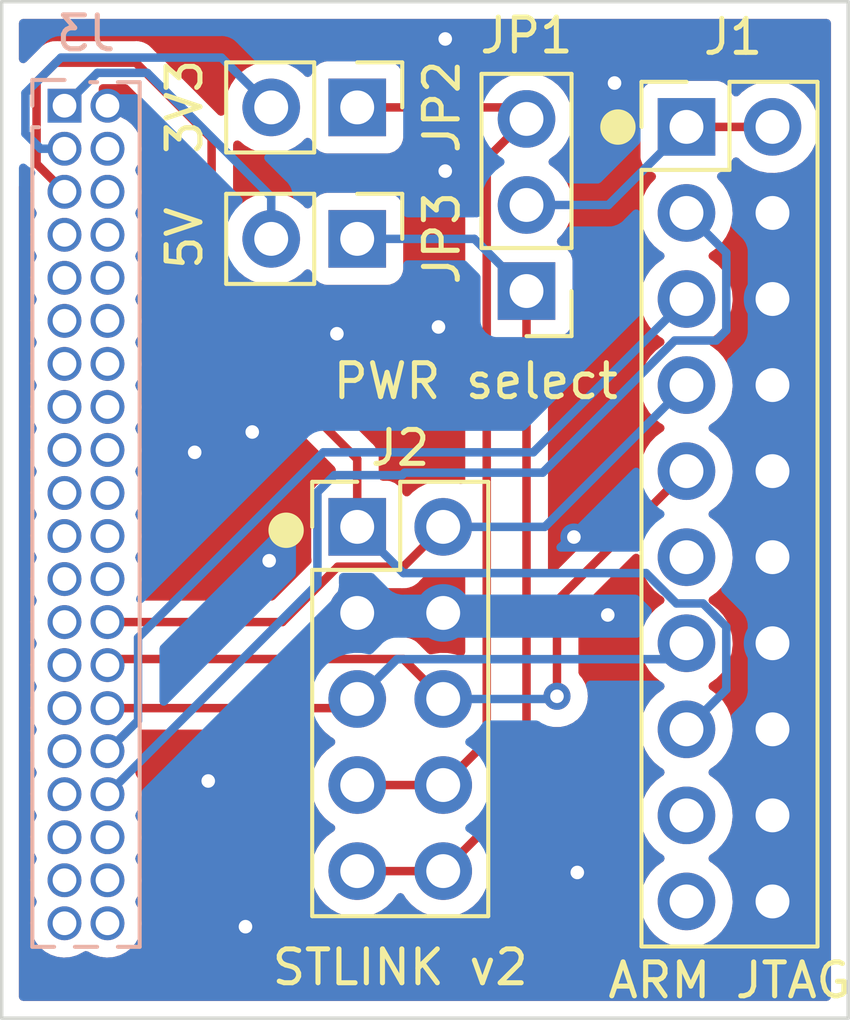
<source format=kicad_pcb>
(kicad_pcb (version 20211014) (generator pcbnew)
  (layers (0 "F.Cu" signal) (31 "B.Cu" signal) (34 "B.Paste" user) (35 "F.Paste" user) (36 "B.SilkS" user "B.Silkscreen") (37 "F.SilkS" user "F.Silkscreen") (38 "B.Mask" user) (39 "F.Mask" user) (44 "Edge.Cuts" user))
  (net 0 "")
  (net 1 "GND")
  (net 2 "/~{RST}")
  (net 3 "/JTMS-SWDIO")
  (net 4 "/JTCK-SWCLK")
  (net 5 "/JTDO-TRACESWO")
  (net 6 "/JTDI")
  (net 7 "/~{JTRST}")
  (net 8 "VCC")
  (net 9 "+3V3")
  (net 10 "+5V")
  (net 14 "Net-(J3-Pad1)")
  (net 15 "Net-(J3-Pad3)")
  (footprint "Connector_PinHeader_2.54mm:PinHeader_1x02_P2.54mm_Vertical" (layer "F.Cu") (at 150.5 73.12 -90)
    (fp_text reference "JP2" (at -0.02 -2.5 90) (layer "F.SilkS"))
    (fp_text value "3V3" (at -0.02 5.1 90) (layer "F.SilkS"))
    (fp_line (start -1.33 1.27) (end -1.33 3.87) (layer "F.SilkS") (width 0.12))
    (fp_line (start -1.33 0) (end -1.33 -1.33) (layer "F.SilkS") (width 0.12))
    (fp_line (start -1.33 1.27) (end 1.33 1.27) (layer "F.SilkS") (width 0.12))
    (fp_line (start -1.33 3.87) (end 1.33 3.87) (layer "F.SilkS") (width 0.12))
    (fp_line (start -1.33 -1.33) (end 0 -1.33) (layer "F.SilkS") (width 0.12))
    (fp_line (start 1.33 1.27) (end 1.33 3.87) (layer "F.SilkS") (width 0.12))
    (pad "1" thru_hole rect (at 0 0 270) (size 1.7 1.7) (drill 1) (layers *.Cu *.Mask) (net 9 "+3V3"))
    (pad "2" thru_hole oval (at 0 2.54 270) (size 1.7 1.7) (drill 1) (layers *.Cu *.Mask) (net 15 "Net-(J3-Pad3)"))
  )
  (footprint "Connector_PinHeader_2.54mm:PinHeader_1x02_P2.54mm_Vertical" (layer "F.Cu") (at 150.5 77 -90)
    (fp_text reference "JP3" (at -0.02 -2.5 90) (layer "F.SilkS"))
    (fp_text value "5V" (at -0.02 5.1 90) (layer "F.SilkS"))
    (fp_line (start -1.33 0) (end -1.33 -1.33) (layer "F.SilkS") (width 0.12))
    (fp_line (start -1.33 1.27) (end 1.33 1.27) (layer "F.SilkS") (width 0.12))
    (fp_line (start -1.33 1.27) (end -1.33 3.87) (layer "F.SilkS") (width 0.12))
    (fp_line (start -1.33 3.87) (end 1.33 3.87) (layer "F.SilkS") (width 0.12))
    (fp_line (start -1.33 -1.33) (end 0 -1.33) (layer "F.SilkS") (width 0.12))
    (fp_line (start 1.33 1.27) (end 1.33 3.87) (layer "F.SilkS") (width 0.12))
    (pad "1" thru_hole rect (at 0 0 270) (size 1.7 1.7) (drill 1) (layers *.Cu *.Mask) (net 10 "+5V"))
    (pad "2" thru_hole oval (at 0 2.54 270) (size 1.7 1.7) (drill 1) (layers *.Cu *.Mask) (net 14 "Net-(J3-Pad1)"))
  )
  (footprint "Connector_PinHeader_2.54mm:PinHeader_1x03_P2.54mm_Vertical" (layer "F.Cu") (at 155.5 78.54 180)
    (fp_text reference "JP1" (at 0 7.54) (layer "F.SilkS"))
    (fp_text value "PWR select" (at 1.5 -2.66) (layer "F.SilkS"))
    (fp_line (start -1.33 1.27) (end -1.33 6.41) (layer "F.SilkS") (width 0.12))
    (fp_line (start -1.33 1.27) (end 1.33 1.27) (layer "F.SilkS") (width 0.12))
    (fp_line (start -1.33 0) (end -1.33 -1.33) (layer "F.SilkS") (width 0.12))
    (fp_line (start -1.33 6.41) (end 1.33 6.41) (layer "F.SilkS") (width 0.12))
    (fp_line (start -1.33 -1.33) (end 0 -1.33) (layer "F.SilkS") (width 0.12))
    (fp_line (start 1.33 1.27) (end 1.33 6.41) (layer "F.SilkS") (width 0.12))
    (pad "1" thru_hole rect (at 0 0 180) (size 1.7 1.7) (drill 1) (layers *.Cu *.Mask) (net 10 "+5V"))
    (pad "2" thru_hole oval (at 0 2.54 180) (size 1.7 1.7) (drill 1) (layers *.Cu *.Mask) (net 8 "VCC"))
    (pad "3" thru_hole oval (at 0 5.08 180) (size 1.7 1.7) (drill 1) (layers *.Cu *.Mask) (net 9 "+3V3"))
  )
  (footprint "Connector_PinHeader_2.54mm:PinHeader_2x05_P2.54mm_Vertical" (layer "F.Cu") (at 150.5 85.5)
    (fp_text reference "J2" (at 1.27 -2.33) (layer "F.SilkS"))
    (fp_text value "STLINK v2" (at 1.27 13) (layer "F.SilkS"))
    (fp_line (start -1.33 0) (end -1.33 -1.33) (layer "F.SilkS") (width 0.12))
    (fp_line (start -1.33 1.27) (end 1.27 1.27) (layer "F.SilkS") (width 0.12))
    (fp_line (start 1.27 1.27) (end 1.27 -1.33) (layer "F.SilkS") (width 0.12))
    (fp_line (start 3.87 -1.33) (end 3.87 11.49) (layer "F.SilkS") (width 0.12))
    (fp_line (start -1.33 -1.33) (end 0 -1.33) (layer "F.SilkS") (width 0.12))
    (fp_line (start -1.33 1.27) (end -1.33 11.49) (layer "F.SilkS") (width 0.12))
    (fp_line (start 1.27 -1.33) (end 3.87 -1.33) (layer "F.SilkS") (width 0.12))
    (fp_line (start -1.33 11.49) (end 3.87 11.49) (layer "F.SilkS") (width 0.12))
    (pad "1" thru_hole rect (at 0 0) (size 1.7 1.7) (drill 1) (layers *.Cu *.Mask) (net 2 "/~{RST}"))
    (pad "2" thru_hole oval (at 2.54 0) (size 1.7 1.7) (drill 1) (layers *.Cu *.Mask) (net 3 "/JTMS-SWDIO"))
    (pad "3" thru_hole oval (at 0 2.54) (size 1.7 1.7) (drill 1) (layers *.Cu *.Mask) (net 1 "GND"))
    (pad "4" thru_hole oval (at 2.54 2.54) (size 1.7 1.7) (drill 1) (layers *.Cu *.Mask) (net 1 "GND"))
    (pad "5" thru_hole oval (at 0 5.08) (size 1.7 1.7) (drill 1) (layers *.Cu *.Mask) (net 5 "/JTDO-TRACESWO"))
    (pad "6" thru_hole oval (at 2.54 5.08) (size 1.7 1.7) (drill 1) (layers *.Cu *.Mask) (net 4 "/JTCK-SWCLK"))
    (pad "7" thru_hole oval (at 0 7.62) (size 1.7 1.7) (drill 1) (layers *.Cu *.Mask) (net 9 "+3V3"))
    (pad "8" thru_hole oval (at 2.54 7.62) (size 1.7 1.7) (drill 1) (layers *.Cu *.Mask) (net 9 "+3V3"))
    (pad "9" thru_hole oval (at 0 10.16) (size 1.7 1.7) (drill 1) (layers *.Cu *.Mask) (net 10 "+5V"))
    (pad "10" thru_hole oval (at 2.54 10.16) (size 1.7 1.7) (drill 1) (layers *.Cu *.Mask) (net 10 "+5V"))
  )
  (footprint "Connector_PinHeader_2.54mm:PinHeader_2x10_P2.54mm_Vertical" (layer "F.Cu") (at 160.225 73.695)
    (fp_text reference "J1" (at 1.375 -2.655) (layer "F.SilkS"))
    (fp_text value "ARM JTAG" (at 1.27 25.19) (layer "F.SilkS"))
    (fp_line (start -1.33 0) (end -1.33 -1.33) (layer "F.SilkS") (width 0.12))
    (fp_line (start -1.33 -1.33) (end 0 -1.33) (layer "F.SilkS") (width 0.12))
    (fp_line (start -1.33 24.19) (end 3.87 24.19) (layer "F.SilkS") (width 0.12))
    (fp_line (start 1.27 1.27) (end 1.27 -1.33) (layer "F.SilkS") (width 0.12))
    (fp_line (start 3.87 -1.33) (end 3.87 24.19) (layer "F.SilkS") (width 0.12))
    (fp_line (start 1.27 -1.33) (end 3.87 -1.33) (layer "F.SilkS") (width 0.12))
    (fp_line (start -1.33 1.27) (end -1.33 24.19) (layer "F.SilkS") (width 0.12))
    (fp_line (start -1.33 1.27) (end 1.27 1.27) (layer "F.SilkS") (width 0.12))
    (pad "1" thru_hole rect (at 0 0) (size 1.7 1.7) (drill 1) (layers *.Cu *.Mask) (net 8 "VCC"))
    (pad "2" thru_hole oval (at 2.54 0) (size 1.7 1.7) (drill 1) (layers *.Cu *.Mask) (net 8 "VCC"))
    (pad "3" thru_hole oval (at 0 2.54) (size 1.7 1.7) (drill 1) (layers *.Cu *.Mask) (net 7 "/~{JTRST}"))
    (pad "4" thru_hole oval (at 2.54 2.54) (size 1.7 1.7) (drill 1) (layers *.Cu *.Mask) (net 1 "GND"))
    (pad "5" thru_hole oval (at 0 5.08) (size 1.7 1.7) (drill 1) (layers *.Cu *.Mask) (net 6 "/JTDI"))
    (pad "6" thru_hole oval (at 2.54 5.08) (size 1.7 1.7) (drill 1) (layers *.Cu *.Mask) (net 1 "GND"))
    (pad "7" thru_hole oval (at 0 7.62) (size 1.7 1.7) (drill 1) (layers *.Cu *.Mask) (net 3 "/JTMS-SWDIO"))
    (pad "8" thru_hole oval (at 2.54 7.62) (size 1.7 1.7) (drill 1) (layers *.Cu *.Mask) (net 1 "GND"))
    (pad "9" thru_hole oval (at 0 10.16) (size 1.7 1.7) (drill 1) (layers *.Cu *.Mask) (net 4 "/JTCK-SWCLK"))
    (pad "10" thru_hole oval (at 2.54 10.16) (size 1.7 1.7) (drill 1) (layers *.Cu *.Mask) (net 1 "GND"))
    (pad "11" thru_hole oval (at 0 12.7) (size 1.7 1.7) (drill 1) (layers *.Cu *.Mask))
    (pad "12" thru_hole oval (at 2.54 12.7) (size 1.7 1.7) (drill 1) (layers *.Cu *.Mask) (net 1 "GND"))
    (pad "13" thru_hole oval (at 0 15.24) (size 1.7 1.7) (drill 1) (layers *.Cu *.Mask) (net 5 "/JTDO-TRACESWO"))
    (pad "14" thru_hole oval (at 2.54 15.24) (size 1.7 1.7) (drill 1) (layers *.Cu *.Mask) (net 1 "GND"))
    (pad "15" thru_hole oval (at 0 17.78) (size 1.7 1.7) (drill 1) (layers *.Cu *.Mask) (net 2 "/~{RST}"))
    (pad "16" thru_hole oval (at 2.54 17.78) (size 1.7 1.7) (drill 1) (layers *.Cu *.Mask) (net 1 "GND"))
    (pad "17" thru_hole oval (at 0 20.32) (size 1.7 1.7) (drill 1) (layers *.Cu *.Mask))
    (pad "18" thru_hole oval (at 2.54 20.32) (size 1.7 1.7) (drill 1) (layers *.Cu *.Mask) (net 1 "GND"))
    (pad "19" thru_hole oval (at 0 22.86) (size 1.7 1.7) (drill 1) (layers *.Cu *.Mask))
    (pad "20" thru_hole oval (at 2.54 22.86) (size 1.7 1.7) (drill 1) (layers *.Cu *.Mask) (net 1 "GND"))
  )
  (footprint "Connector_PinSocket_1.27mm:PinSocket_2x20_P1.27mm_Vertical" (layer "B.Cu") (at 141.855 73.07 180)
    (fp_text reference "J3" (at -0.635 2.135) (layer "B.SilkS") (effects (justify mirror)))
    (fp_text value "GPIO3")
    (fp_line (start -2.22 -24.825) (end -1.57753 -24.825) (layer "B.SilkS") (width 0.12))
    (fp_line (start -0.96247 0.695) (end -0.76 0.695) (layer "B.SilkS") (width 0.12))
    (fp_line (start 0.95 -0.635) (end 0.95 -24.825) (layer "B.SilkS") (width 0.12))
    (fp_line (start -2.22 0.695) (end -1.57753 0.695) (layer "B.SilkS") (width 0.12))
    (fp_line (start -0.96247 -24.825) (end -0.30753 -24.825) (layer "B.SilkS") (width 0.12))
    (fp_line (start 0 0.76) (end 0.95 0.76) (layer "B.SilkS") (width 0.12))
    (fp_line (start 0.76 -0.635) (end 0.95 -0.635) (layer "B.SilkS") (width 0.12))
    (fp_line (start 0.30753 -24.825) (end 0.95 -24.825) (layer "B.SilkS") (width 0.12))
    (fp_line (start 0.95 0.76) (end 0.95 0) (layer "B.SilkS") (width 0.12))
    (fp_line (start -2.22 0.695) (end -2.22 -24.825) (layer "B.SilkS") (width 0.12))
    (pad "1" thru_hole rect (at 0 0 180) (size 1 1) (drill 0.7) (layers *.Cu *.Mask) (net 14 "Net-(J3-Pad1)"))
    (pad "2" thru_hole oval (at -1.27 0 180) (size 1 1) (drill 0.7) (layers *.Cu *.Mask) (net 1 "GND"))
    (pad "3" thru_hole oval (at 0 -1.27 180) (size 1 1) (drill 0.7) (layers *.Cu *.Mask) (net 15 "Net-(J3-Pad3)"))
    (pad "4" thru_hole oval (at -1.27 -1.27 180) (size 1 1) (drill 0.7) (layers *.Cu *.Mask))
    (pad "5" thru_hole oval (at 0 -2.54 180) (size 1 1) (drill 0.7) (layers *.Cu *.Mask) (net 2 "/~{RST}"))
    (pad "6" thru_hole oval (at -1.27 -2.54 180) (size 1 1) (drill 0.7) (layers *.Cu *.Mask))
    (pad "7" thru_hole oval (at 0 -3.81 180) (size 1 1) (drill 0.7) (layers *.Cu *.Mask))
    (pad "8" thru_hole oval (at -1.27 -3.81 180) (size 1 1) (drill 0.7) (layers *.Cu *.Mask))
    (pad "9" thru_hole oval (at 0 -5.08 180) (size 1 1) (drill 0.7) (layers *.Cu *.Mask))
    (pad "10" thru_hole oval (at -1.27 -5.08 180) (size 1 1) (drill 0.7) (layers *.Cu *.Mask))
    (pad "11" thru_hole oval (at 0 -6.35 180) (size 1 1) (drill 0.7) (layers *.Cu *.Mask))
    (pad "12" thru_hole oval (at -1.27 -6.35 180) (size 1 1) (drill 0.7) (layers *.Cu *.Mask))
    (pad "13" thru_hole oval (at 0 -7.62 180) (size 1 1) (drill 0.7) (layers *.Cu *.Mask))
    (pad "14" thru_hole oval (at -1.27 -7.62 180) (size 1 1) (drill 0.7) (layers *.Cu *.Mask))
    (pad "15" thru_hole oval (at 0 -8.89 180) (size 1 1) (drill 0.7) (layers *.Cu *.Mask))
    (pad "16" thru_hole oval (at -1.27 -8.89 180) (size 1 1) (drill 0.7) (layers *.Cu *.Mask))
    (pad "17" thru_hole oval (at 0 -10.16 180) (size 1 1) (drill 0.7) (layers *.Cu *.Mask))
    (pad "18" thru_hole oval (at -1.27 -10.16 180) (size 1 1) (drill 0.7) (layers *.Cu *.Mask))
    (pad "19" thru_hole oval (at 0 -11.43 180) (size 1 1) (drill 0.7) (layers *.Cu *.Mask))
    (pad "20" thru_hole oval (at -1.27 -11.43 180) (size 1 1) (drill 0.7) (layers *.Cu *.Mask))
    (pad "21" thru_hole oval (at 0 -12.7 180) (size 1 1) (drill 0.7) (layers *.Cu *.Mask))
    (pad "22" thru_hole oval (at -1.27 -12.7 180) (size 1 1) (drill 0.7) (layers *.Cu *.Mask))
    (pad "23" thru_hole oval (at 0 -13.97 180) (size 1 1) (drill 0.7) (layers *.Cu *.Mask))
    (pad "24" thru_hole oval (at -1.27 -13.97 180) (size 1 1) (drill 0.7) (layers *.Cu *.Mask))
    (pad "25" thru_hole oval (at 0 -15.24 180) (size 1 1) (drill 0.7) (layers *.Cu *.Mask))
    (pad "26" thru_hole oval (at -1.27 -15.24 180) (size 1 1) (drill 0.7) (layers *.Cu *.Mask) (net 3 "/JTMS-SWDIO"))
    (pad "27" thru_hole oval (at 0 -16.51 180) (size 1 1) (drill 0.7) (layers *.Cu *.Mask))
    (pad "28" thru_hole oval (at -1.27 -16.51 180) (size 1 1) (drill 0.7) (layers *.Cu *.Mask) (net 4 "/JTCK-SWCLK"))
    (pad "29" thru_hole oval (at 0 -17.78 180) (size 1 1) (drill 0.7) (layers *.Cu *.Mask))
    (pad "30" thru_hole oval (at -1.27 -17.78 180) (size 1 1) (drill 0.7) (layers *.Cu *.Mask) (net 5 "/JTDO-TRACESWO"))
    (pad "31" thru_hole oval (at 0 -19.05 180) (size 1 1) (drill 0.7) (layers *.Cu *.Mask))
    (pad "32" thru_hole oval (at -1.27 -19.05 180) (size 1 1) (drill 0.7) (layers *.Cu *.Mask) (net 6 "/JTDI"))
    (pad "33" thru_hole oval (at 0 -20.32 180) (size 1 1) (drill 0.7) (layers *.Cu *.Mask))
    (pad "34" thru_hole oval (at -1.27 -20.32 180) (size 1 1) (drill 0.7) (layers *.Cu *.Mask) (net 7 "/~{JTRST}"))
    (pad "35" thru_hole oval (at 0 -21.59 180) (size 1 1) (drill 0.7) (layers *.Cu *.Mask))
    (pad "36" thru_hole oval (at -1.27 -21.59 180) (size 1 1) (drill 0.7) (layers *.Cu *.Mask))
    (pad "37" thru_hole oval (at 0 -22.86 180) (size 1 1) (drill 0.7) (layers *.Cu *.Mask))
    (pad "38" thru_hole oval (at -1.27 -22.86 180) (size 1 1) (drill 0.7) (layers *.Cu *.Mask))
    (pad "39" thru_hole oval (at 0 -24.13 180) (size 1 1) (drill 0.7) (layers *.Cu *.Mask))
    (pad "40" thru_hole oval (at -1.27 -24.13 180) (size 1 1) (drill 0.7) (layers *.Cu *.Mask))
  )
  (gr_circle (center 158.2 73.7) (end 158.647214 73.7) (layer "F.SilkS") (width 0.15) (fill solid))
  (gr_circle (center 148.4 85.6) (end 148.847214 85.6) (layer "F.SilkS") (width 0.15) (fill solid))
  (gr_line (start 165 70) (end 165 100) (layer "Edge.Cuts") (width 0.1))
  (gr_line (start 140 100) (end 140 70) (layer "Edge.Cuts") (width 0.1))
  (gr_line (start 165 100) (end 140 100) (layer "Edge.Cuts") (width 0.1))
  (gr_line (start 140 70) (end 165 70) (layer "Edge.Cuts") (width 0.1))
  (via (at 147.9 86.5) (size 0.8) (drill 0.4) (layers "F.Cu" "B.Cu") (net 1))
  (via (at 147.2 97.3) (size 0.8) (drill 0.4) (layers "F.Cu" "B.Cu") (net 1))
  (via (at 157.9 88.1) (size 0.8) (drill 0.4) (layers "F.Cu" "B.Cu") (net 1))
  (via (at 157 95.7) (size 0.8) (drill 0.4) (layers "F.Cu" "B.Cu") (net 1))
  (via (at 153.1 71.1) (size 0.8) (drill 0.4) (layers "F.Cu" "B.Cu") (net 1))
  (via (at 146.1 93) (size 0.8) (drill 0.4) (layers "F.Cu" "B.Cu") (net 1))
  (via (at 158.1 72.4) (size 0.8) (drill 0.4) (layers "F.Cu" "B.Cu") (net 1))
  (via (at 147.4 82.7) (size 0.8) (drill 0.4) (layers "F.Cu" "B.Cu") (net 1))
  (via (at 156.9 85.8) (size 0.8) (drill 0.4) (layers "F.Cu" "B.Cu") (net 1))
  (via (at 152.9 79.6) (size 0.8) (drill 0.4) (layers "F.Cu" "B.Cu") (net 1))
  (via (at 153.1 75) (size 0.8) (drill 0.4) (layers "F.Cu" "B.Cu") (net 1))
  (via (at 145.7 83.3) (size 0.8) (drill 0.4) (layers "F.Cu" "B.Cu") (net 1))
  (via (at 149.9 79.8) (size 0.8) (drill 0.4) (layers "F.Cu" "B.Cu") (net 1))
  (segment (start 146.2 79.2) (end 150.5 83.5) (width 0.25) (layer "F.Cu") (net 2))
  (segment (start 146.2 74.03782) (end 146.2 79.2) (width 0.25) (layer "F.Cu") (net 2))
  (segment (start 141.03 72.37) (end 141.6 71.8) (width 0.25) (layer "F.Cu") (net 2))
  (segment (start 143.96218 71.8) (end 146.2 74.03782) (width 0.25) (layer "F.Cu") (net 2))
  (segment (start 150.5 83.5) (end 150.5 85.5) (width 0.25) (layer "F.Cu") (net 2))
  (segment (start 141.855 75.61) (end 141.03 74.785) (width 0.25) (layer "F.Cu") (net 2))
  (segment (start 141.03 74.785) (end 141.03 72.37) (width 0.25) (layer "F.Cu") (net 2))
  (segment (start 141.6 71.8) (end 143.96218 71.8) (width 0.25) (layer "F.Cu") (net 2))
  (segment (start 159.033299 86.865) (end 159.928299 87.76) (width 0.25) (layer "B.Cu") (net 2))
  (segment (start 150.5 85.5) (end 151.865 86.865) (width 0.25) (layer "B.Cu") (net 2))
  (segment (start 161.4 88.448299) (end 161.4 90.3) (width 0.25) (layer "B.Cu") (net 2))
  (segment (start 151.865 86.865) (end 159.033299 86.865) (width 0.25) (layer "B.Cu") (net 2))
  (segment (start 159.928299 87.76) (end 160.711701 87.76) (width 0.25) (layer "B.Cu") (net 2))
  (segment (start 161.4 90.3) (end 160.225 91.475) (width 0.25) (layer "B.Cu") (net 2))
  (segment (start 160.711701 87.76) (end 161.4 88.448299) (width 0.25) (layer "B.Cu") (net 2))
  (segment (start 143.125 88.31) (end 148.29 88.31) (width 0.25) (layer "F.Cu") (net 3))
  (segment (start 148.29 88.31) (end 149.925 86.675) (width 0.25) (layer "F.Cu") (net 3))
  (segment (start 149.925 86.675) (end 151.865 86.675) (width 0.25) (layer "F.Cu") (net 3))
  (segment (start 151.865 86.675) (end 153.04 85.5) (width 0.25) (layer "F.Cu") (net 3))
  (segment (start 153.04 85.5) (end 156.04 85.5) (width 0.25) (layer "B.Cu") (net 3))
  (segment (start 156.04 85.5) (end 160.225 81.315) (width 0.25) (layer "B.Cu") (net 3))
  (segment (start 143.305 89.4) (end 151.86 89.4) (width 0.25) (layer "F.Cu") (net 4))
  (segment (start 151.86 89.4) (end 153.04 90.58) (width 0.25) (layer "F.Cu") (net 4))
  (segment (start 160.225 83.855) (end 156.4 87.68) (width 0.25) (layer "F.Cu") (net 4))
  (segment (start 156.4 87.68) (end 156.4 90.5) (width 0.25) (layer "F.Cu") (net 4))
  (via (at 156.4 90.5) (size 0.8) (drill 0.4) (layers "F.Cu" "B.Cu") (net 4))
  (segment (start 153.04 90.58) (end 156.32 90.58) (width 0.25) (layer "B.Cu") (net 4))
  (segment (start 156.32 90.58) (end 156.4 90.5) (width 0.25) (layer "B.Cu") (net 4))
  (segment (start 143.125 90.85) (end 150.23 90.85) (width 0.25) (layer "F.Cu") (net 5))
  (segment (start 150.5 90.58) (end 151.675 89.405) (width 0.25) (layer "B.Cu") (net 5))
  (segment (start 151.675 89.405) (end 159.755 89.405) (width 0.25) (layer "B.Cu") (net 5))
  (segment (start 155.7 83.3) (end 160.225 78.775) (width 0.25) (layer "B.Cu") (net 6))
  (segment (start 144.02609 91.21891) (end 144.02609 88.77391) (width 0.25) (layer "B.Cu") (net 6))
  (segment (start 143.125 92.12) (end 144.02609 91.21891) (width 0.25) (layer "B.Cu") (net 6))
  (segment (start 144.02609 88.77391) (end 149.5 83.3) (width 0.25) (layer "B.Cu") (net 6))
  (segment (start 149.5 83.3) (end 155.7 83.3) (width 0.25) (layer "B.Cu") (net 6))
  (segment (start 149.325 84.475) (end 149.325 87.19) (width 0.25) (layer "B.Cu") (net 7))
  (segment (start 155.978299 83.9) (end 151.9 83.9) (width 0.25) (layer "B.Cu") (net 7))
  (segment (start 149.826442 83.973558) (end 149.325 84.475) (width 0.25) (layer "B.Cu") (net 7))
  (segment (start 151.9 83.9) (end 151.826442 83.973558) (width 0.25) (layer "B.Cu") (net 7))
  (segment (start 160.225 76.235) (end 161.4 77.41) (width 0.25) (layer "B.Cu") (net 7))
  (segment (start 161.1 80) (end 159.878299 80) (width 0.25) (layer "B.Cu") (net 7))
  (segment (start 161.4 79.7) (end 161.1 80) (width 0.25) (layer "B.Cu") (net 7))
  (segment (start 149.325 87.19) (end 143.125 93.39) (width 0.25) (layer "B.Cu") (net 7))
  (segment (start 151.826442 83.973558) (end 149.826442 83.973558) (width 0.25) (layer "B.Cu") (net 7))
  (segment (start 161.4 77.41) (end 161.4 79.7) (width 0.25) (layer "B.Cu") (net 7))
  (segment (start 159.878299 80) (end 155.978299 83.9) (width 0.25) (layer "B.Cu") (net 7))
  (segment (start 160.225 73.695) (end 162.765 73.695) (width 0.25) (layer "F.Cu") (net 8))
  (segment (start 155.5 76) (end 157.92 76) (width 0.25) (layer "B.Cu") (net 8))
  (segment (start 157.92 76) (end 160.225 73.695) (width 0.25) (layer "B.Cu") (net 8))
  (segment (start 150.5 73.12) (end 155.16 73.12) (width 0.25) (layer "F.Cu") (net 9))
  (segment (start 154.325 74.635) (end 154.325 91.835) (width 0.25) (layer "F.Cu") (net 9))
  (segment (start 155.5 73.46) (end 154.325 74.635) (width 0.25) (layer "F.Cu") (net 9))
  (segment (start 154.325 91.835) (end 153.04 93.12) (width 0.25) (layer "F.Cu") (net 9))
  (segment (start 150.5 93.12) (end 153.04 93.12) (width 0.25) (layer "F.Cu") (net 9))
  (segment (start 150.5 95.66) (end 153.04 95.66) (width 0.25) (layer "F.Cu") (net 10))
  (segment (start 155.5 78.54) (end 155.5 93.2) (width 0.25) (layer "F.Cu") (net 10))
  (segment (start 155.5 93.2) (end 153.04 95.66) (width 0.25) (layer "F.Cu") (net 10))
  (segment (start 150.5 77) (end 153.96 77) (width 0.25) (layer "B.Cu") (net 10))
  (segment (start 153.96 77) (end 155.5 78.54) (width 0.25) (layer "B.Cu") (net 10))
  (segment (start 147.96 75.76) (end 144.3 72.1) (width 0.25) (layer "B.Cu") (net 14))
  (segment (start 144.3 72.1) (end 142.825 72.1) (width 0.25) (layer "B.Cu") (net 14))
  (segment (start 147.96 77) (end 147.96 75.76) (width 0.25) (layer "B.Cu") (net 14))
  (segment (start 142.825 72.1) (end 141.855 73.07) (width 0.25) (layer "B.Cu") (net 14))
  (segment (start 140.7 73.892106) (end 140.7 72.7) (width 0.25) (layer "B.Cu") (net 15))
  (segment (start 141.75 71.65) (end 146.49 71.65) (width 0.25) (layer "B.Cu") (net 15))
  (segment (start 141.147894 74.34) (end 140.7 73.892106) (width 0.25) (layer "B.Cu") (net 15))
  (segment (start 146.49 71.65) (end 147.96 73.12) (width 0.25) (layer "B.Cu") (net 15))
  (segment (start 141.855 74.34) (end 141.147894 74.34) (width 0.25) (layer "B.Cu") (net 15))
  (segment (start 140.7 72.7) (end 141.75 71.65) (width 0.25) (layer "B.Cu") (net 15))
  (zone (net 1) (net_name "GND") (layers F&B.Cu) (connect_pads yes (clearance 0.508)) (min_thickness 0.254) (fill yes (thermal_gap 0.508) (thermal_bridge_width 0.508))
    (polygon (pts (xy 165 100) (xy 140 100) (xy 140 70) (xy 165 70)))
  )
)
</source>
